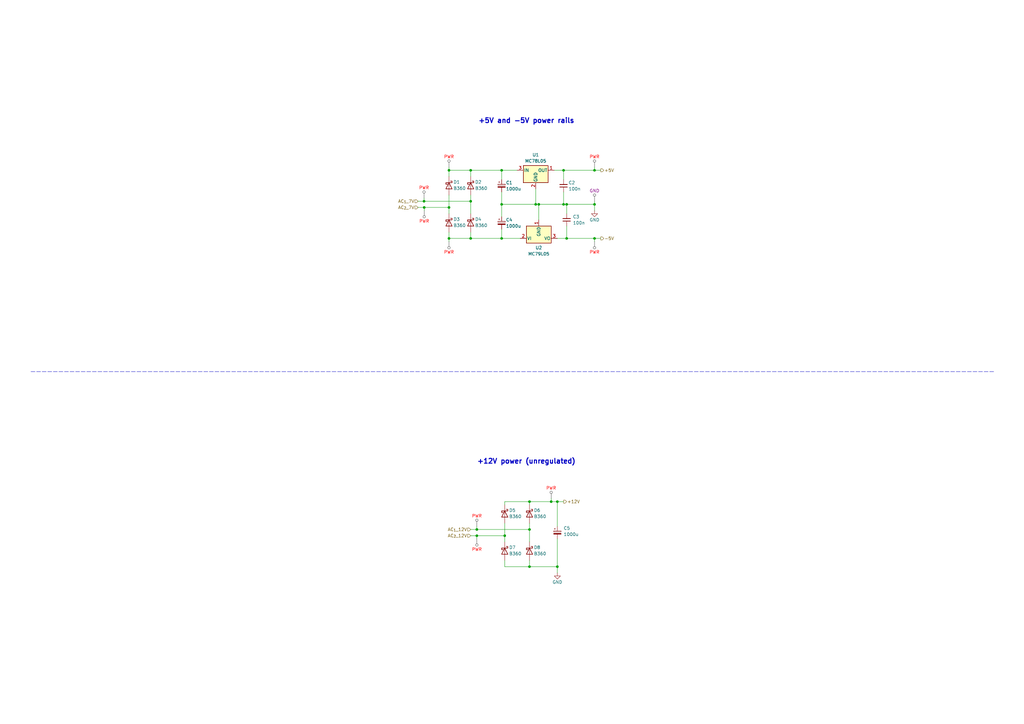
<source format=kicad_sch>
(kicad_sch (version 20250114) (generator "eeschema") (generator_version "9.0")
  (paper "A3")
  (title_block (title "DW3005 control board") (date "2025-06-29") (rev "1.0.0") (company "Dominik Workshop"))
  (lib_symbols
    (symbol "Device:C_Polarized_Small" (pin_numbers (hide yes)) (pin_names (offset 0.254) (hide yes))
      (property "Reference" "C" (at 0.254 1.778 0))
      (property "Value" "C_Polarized_Small" (at 0.254 -2.032 0))
      (symbol "C_Polarized_Small_0_1"
        (rectangle (start -1.524 0.6858) (end 1.524 0.3048))
        (rectangle (start -1.524 -0.3048) (end 1.524 -0.6858) (fill (type outline)))
        (polyline (pts (xy -1.27 1.524) (xy -0.762 1.524)))
        (polyline (pts (xy -1.016 1.27) (xy -1.016 1.778)))
      )
      (symbol "C_Polarized_Small_1_1"
        (pin passive line (at 0 2.54 270) (length 1.8542) (name "~") (number "1"))
        (pin passive line (at 0 -2.54 90) (length 1.8542) (name "~") (number "2"))
      )
    )
    (symbol "Device:C_Small" (pin_numbers (hide yes)) (pin_names (offset 0.254) (hide yes))
      (property "Reference" "C" (at 0.254 1.778 0))
      (property "Value" "C_Small" (at 0.254 -2.032 0))
      (symbol "C_Small_0_1"
        (polyline (pts (xy -1.524 0.508) (xy 1.524 0.508)) (stroke (width 0.3048)))
        (polyline (pts (xy -1.524 -0.508) (xy 1.524 -0.508)) (stroke (width 0.3302)))
      )
      (symbol "C_Small_1_1"
        (pin passive line (at 0 2.54 270) (length 2.032) (name "~") (number "1"))
        (pin passive line (at 0 -2.54 90) (length 2.032) (name "~") (number "2"))
      )
    )
    (symbol "Diode:B360" (pin_numbers (hide yes)) (pin_names (offset 1.016) (hide yes))
      (property "Reference" "D" (at 0 2.54 0))
      (property "Value" "B360" (at 0 -2.54 0))
      (symbol "B360_0_1"
        (polyline (pts (xy -1.905 0.635) (xy -1.905 1.27) (xy -1.27 1.27) (xy -1.27 -1.27) (xy -0.635 -1.27) (xy -0.635 -0.635)) (stroke (width 0.254)))
        (polyline (pts (xy 1.27 1.27) (xy 1.27 -1.27) (xy -1.27 0) (xy 1.27 1.27)) (stroke (width 0.254)))
        (polyline (pts (xy 1.27 0) (xy -1.27 0)))
      )
      (symbol "B360_1_1"
        (pin passive line (at -3.81 0 0) (length 2.54) (name "K") (number "1"))
        (pin passive line (at 3.81 0 180) (length 2.54) (name "A") (number "2"))
      )
    )
    (symbol "Regulator_Linear:L78L05_SOT89" (pin_names (offset 0.254))
      (property "Reference" "U" (at -3.81 3.175 0))
      (property "Value" "L78L05_SOT89" (at -0.635 3.175 0))
      (symbol "L78L05_SOT89_0_1"
        (rectangle (start -5.08 1.905) (end 5.08 -5.08) (stroke (width 0.254)) (fill (type background)))
      )
      (symbol "L78L05_SOT89_1_1"
        (pin power_in line (at -7.62 0 0) (length 2.54) (name "IN") (number "3"))
        (pin power_in line (at 0 -7.62 90) (length 2.54) (name "GND") (number "2"))
        (pin power_out line (at 7.62 0 180) (length 2.54) (name "OUT") (number "1"))
      )
    )
    (symbol "Regulator_Linear:L79L05_SOT89" (pin_names (offset 0.254))
      (property "Reference" "U" (at -3.81 -3.175 0))
      (property "Value" "L79L05_SOT89" (at 0 -3.175 0))
      (symbol "L79L05_SOT89_0_1"
        (rectangle (start -5.08 5.08) (end 5.08 -1.905) (stroke (width 0.254)) (fill (type background)))
      )
      (symbol "L79L05_SOT89_1_1"
        (pin power_in line (at -7.62 0 0) (length 2.54) (name "VI") (number "2"))
        (pin power_in line (at 0 7.62 270) (length 2.54) (name "GND") (number "1"))
        (pin power_out line (at 7.62 0 180) (length 2.54) (name "VO") (number "3"))
      )
    )
    (symbol "power:GND" (power) (pin_names (offset 0))
      (property "Value" "GND" (at 0 -3.81 0))
      (symbol "GND_0_1"
        (polyline (pts (xy 0 0) (xy 0 -1.27) (xy 1.27 -1.27) (xy 0 -2.54) (xy -1.27 -1.27) (xy 0 -1.27)))
      )
      (symbol "GND_1_1"
        (pin power_in line (at 0 0 270) (length 0) (hide yes) (name "GND") (number "1"))
      )
    )
  )
  (text "+5V and -5V power rails" (at 215.9 50.8 0) (effects (font (size 2 2) (thickness 0.4) (bold yes)) (justify bottom)))
  (text "+12V power (unregulated)" (at 215.9 190.5 0) (effects (font (size 2 2) (thickness 0.4) (bold yes)) (justify bottom)))
  (junction (at 193.04 97.79))
  (junction (at 220.98 83.82))
  (junction (at 207.01 219.71))
  (junction (at 243.84 69.85))
  (junction (at 195.58 217.17))
  (junction (at 217.17 232.41))
  (junction (at 205.74 83.82))
  (junction (at 231.14 83.82))
  (junction (at 243.84 83.82))
  (junction (at 232.41 97.79))
  (junction (at 228.6 232.41))
  (junction (at 193.04 82.55))
  (junction (at 231.14 69.85))
  (junction (at 205.74 69.85))
  (junction (at 184.15 97.79))
  (junction (at 184.15 85.09))
  (junction (at 219.71 83.82))
  (junction (at 226.06 205.74))
  (junction (at 195.58 219.71))
  (junction (at 184.15 69.85))
  (junction (at 173.99 85.09))
  (junction (at 228.6 205.74))
  (junction (at 205.74 97.79))
  (junction (at 217.17 217.17))
  (junction (at 217.17 205.74))
  (junction (at 193.04 69.85))
  (junction (at 232.41 83.82))
  (junction (at 173.9178 82.55))
  (junction (at 243.84 97.79))
  (wire (pts (xy 184.15 80.01) (xy 184.15 85.09)))
  (wire (pts (xy 217.17 217.17) (xy 217.17 222.25)))
  (wire (pts (xy 173.9178 82.55) (xy 193.04 82.55)))
  (wire (pts (xy 195.58 217.17) (xy 195.58 215.9)))
  (wire (pts (xy 207.01 219.71) (xy 207.01 222.25)))
  (wire (pts (xy 243.84 82.55) (xy 243.84 83.82)))
  (wire (pts (xy 184.15 69.85) (xy 184.15 72.39)))
  (wire (pts (xy 228.6 205.74) (xy 228.6 215.9)))
  (wire (pts (xy 232.41 83.82) (xy 243.84 83.82)))
  (wire (pts (xy 193.04 95.25) (xy 193.04 97.79)))
  (wire (pts (xy 184.15 69.85) (xy 193.04 69.85)))
  (wire (pts (xy 219.71 77.47) (xy 219.71 83.82)))
  (wire (pts (xy 231.14 69.85) (xy 231.14 73.66)))
  (wire (pts (xy 231.14 78.74) (xy 231.14 83.82)))
  (wire (pts (xy 195.58 217.17) (xy 217.17 217.17)))
  (wire (pts (xy 171.45 82.55) (xy 173.9178 82.55)))
  (wire (pts (xy 207.01 229.87) (xy 207.01 232.41)))
  (wire (pts (xy 205.74 69.85) (xy 205.74 73.66)))
  (wire (pts (xy 228.6 205.74) (xy 231.14 205.74)))
  (wire (pts (xy 232.41 87.63) (xy 232.41 83.82)))
  (wire (pts (xy 231.14 83.82) (xy 232.41 83.82)))
  (wire (pts (xy 173.99 85.09) (xy 184.15 85.09)))
  (wire (pts (xy 195.58 219.71) (xy 207.01 219.71)))
  (wire (pts (xy 243.84 86.36) (xy 243.84 83.82)))
  (wire (pts (xy 217.17 232.41) (xy 228.6 232.41)))
  (wire (pts (xy 232.41 97.79) (xy 243.84 97.79)))
  (wire (pts (xy 207.01 232.41) (xy 217.17 232.41)))
  (wire (pts (xy 217.17 214.63) (xy 217.17 217.17)))
  (wire (pts (xy 205.74 83.82) (xy 219.71 83.82)))
  (wire (pts (xy 207.01 207.01) (xy 207.01 205.74)))
  (wire (pts (xy 173.9178 82.55) (xy 173.9178 81.28)))
  (wire (pts (xy 193.04 97.79) (xy 205.74 97.79)))
  (wire (pts (xy 213.36 97.79) (xy 205.74 97.79)))
  (wire (pts (xy 184.15 85.09) (xy 184.15 87.63)))
  (wire (pts (xy 184.15 95.25) (xy 184.15 97.79)))
  (polyline (pts (xy 12.7 152.4) (xy 407.67 152.4)) (stroke (width 0) (type dash)))
  (wire (pts (xy 220.98 83.82) (xy 220.98 90.17)))
  (wire (pts (xy 205.74 69.85) (xy 212.09 69.85)))
  (wire (pts (xy 184.15 69.85) (xy 184.15 68.58)))
  (wire (pts (xy 228.6 234.95) (xy 228.6 232.41)))
  (wire (pts (xy 193.04 69.85) (xy 205.74 69.85)))
  (wire (pts (xy 220.98 83.82) (xy 231.14 83.82)))
  (wire (pts (xy 193.04 217.17) (xy 195.58 217.17)))
  (wire (pts (xy 217.17 229.87) (xy 217.17 232.41)))
  (wire (pts (xy 231.14 69.85) (xy 243.84 69.85)))
  (wire (pts (xy 193.04 219.71) (xy 195.58 219.71)))
  (wire (pts (xy 228.6 97.79) (xy 232.41 97.79)))
  (wire (pts (xy 228.6 220.98) (xy 228.6 232.41)))
  (wire (pts (xy 226.06 205.74) (xy 228.6 205.74)))
  (wire (pts (xy 184.15 97.79) (xy 193.04 97.79)))
  (wire (pts (xy 205.74 93.98) (xy 205.74 97.79)))
  (wire (pts (xy 205.74 78.74) (xy 205.74 83.82)))
  (wire (pts (xy 193.04 69.85) (xy 193.04 72.39)))
  (wire (pts (xy 184.15 97.79) (xy 184.15 99.06)))
  (wire (pts (xy 243.84 69.85) (xy 246.38 69.85)))
  (wire (pts (xy 232.41 92.71) (xy 232.41 97.79)))
  (wire (pts (xy 226.06 205.74) (xy 226.06 204.47)))
  (wire (pts (xy 193.04 80.01) (xy 193.04 82.55)))
  (wire (pts (xy 195.58 219.71) (xy 195.58 220.98)))
  (wire (pts (xy 227.33 69.85) (xy 231.14 69.85)))
  (wire (pts (xy 219.71 83.82) (xy 220.98 83.82)))
  (wire (pts (xy 243.84 99.06) (xy 243.84 97.79)))
  (wire (pts (xy 217.17 205.74) (xy 226.06 205.74)))
  (wire (pts (xy 205.74 83.82) (xy 205.74 88.9)))
  (wire (pts (xy 243.84 68.58) (xy 243.84 69.85)))
  (wire (pts (xy 171.45 85.09) (xy 173.99 85.09)))
  (wire (pts (xy 207.01 214.63) (xy 207.01 219.71)))
  (wire (pts (xy 207.01 205.74) (xy 217.17 205.74)))
  (wire (pts (xy 173.99 86.36) (xy 173.99 85.09)))
  (wire (pts (xy 243.84 97.79) (xy 246.38 97.79)))
  (wire (pts (xy 193.04 82.55) (xy 193.04 87.63)))
  (wire (pts (xy 217.17 205.74) (xy 217.17 207.01)))
  (hierarchical_label "AC_{1}_7V" (shape input) (at 171.45 82.55 180))
  (hierarchical_label "+12V" (shape output) (at 231.14 205.74 0))
  (hierarchical_label "-5V" (shape output) (at 246.38 97.79 0))
  (hierarchical_label "AC_{1}_12V" (shape input) (at 193.04 217.17 180))
  (hierarchical_label "+5V" (shape output) (at 246.38 69.85 0))
  (hierarchical_label "AC_{2}_12V" (shape input) (at 193.04 219.71 180))
  (hierarchical_label "AC_{2}_7V" (shape input) (at 171.45 85.09 180))
  (netclass_flag "" (length 2.54) (shape round) (at 173.9178 81.28 0) (property "Netclass" "PWR" (at 173.9178 76.962 0)))
  (netclass_flag "" (length 2.54) (shape round) (at 243.84 82.55 0) (property "Netclass" "GND" (at 243.84 78.232 0)))
  (netclass_flag "" (length 2.54) (shape round) (at 243.84 68.58 0) (property "Netclass" "PWR" (at 243.84 64.262 0)))
  (netclass_flag "" (length 2.54) (shape round) (at 243.84 99.06 180) (property "Netclass" "PWR" (at 243.84 103.378 0)))
  (netclass_flag "" (length 2.54) (shape round) (at 173.99 86.36 180) (property "Netclass" "PWR" (at 173.99 90.678 0)))
  (netclass_flag "" (length 2.54) (shape round) (at 195.58 220.98 180) (property "Netclass" "PWR" (at 195.58 225.298 0)))
  (netclass_flag "" (length 2.54) (shape round) (at 226.06 204.47 0) (property "Netclass" "PWR" (at 226.06 200.152 0)))
  (netclass_flag "" (length 2.54) (shape round) (at 184.15 68.58 0) (property "Netclass" "PWR" (at 184.15 64.262 0)))
  (netclass_flag "" (length 2.54) (shape round) (at 195.58 215.9 0) (property "Netclass" "PWR" (at 195.58 211.582 0)))
  (netclass_flag "" (length 2.54) (shape round) (at 184.15 99.06 180) (property "Netclass" "PWR" (at 184.15 103.378 0)))
  (symbol (lib_id "Device:C_Small") (at 231.14 76.2 180) (unit 1)
    (property "Reference" "C2" (at 233.172 74.93 0) (effects (justify right)))
    (property "Value" "100n" (at 233.172 77.47 0) (effects (justify right)))
    (property "Footprint" "Capacitor_SMD:C_0603_1608Metric" (effects (hide yes)))
  )
  (symbol (lib_id "Diode:B360") (at 193.04 76.2 270) (unit 1)
    (property "Reference" "D2" (at 194.818 74.676 90) (effects (justify left)))
    (property "Value" "B360" (at 194.818 77.216 90) (effects (justify left)))
    (property "Footprint" "Diode_SMD:D_SMA" (effects (hide yes)))
    (property "Datasheet" "http://www.jameco.com/Jameco/Products/ProdDS/1538777.pdf" (effects (hide yes)))
  )
  (symbol (lib_id "Device:C_Polarized_Small") (at 228.6 218.44 0) (unit 1)
    (property "Reference" "C5" (at 231.14 216.6238 0) (effects (justify left)))
    (property "Value" "1000u" (at 231.14 219.1638 0) (effects (justify left)))
    (property "Footprint" "Capacitor_THT:CP_Radial_D8.0mm_P3.50mm" (effects (hide yes)))
  )
  (symbol (lib_id "Device:C_Polarized_Small") (at 205.74 91.44 0) (unit 1)
    (property "Reference" "C4" (at 207.518 90.17 0) (effects (justify left)))
    (property "Value" "1000u" (at 207.518 92.71 0) (effects (justify left)))
    (property "Footprint" "Capacitor_THT:CP_Radial_D8.0mm_P3.50mm" (effects (hide yes)))
  )
  (symbol (lib_id "power:GND") (at 243.84 86.36 0) (unit 1)
    (property "Reference" "#PWR05" (effects (hide yes)))
    (property "Value" "GND" (at 243.84 90.17 0))
  )
  (symbol (lib_id "Diode:B360") (at 217.17 210.82 270) (unit 1)
    (property "Reference" "D6" (at 218.948 209.296 90) (effects (justify left)))
    (property "Value" "B360" (at 218.948 211.836 90) (effects (justify left)))
    (property "Footprint" "Diode_SMD:D_SMA" (effects (hide yes)))
    (property "Datasheet" "http://www.jameco.com/Jameco/Products/ProdDS/1538777.pdf" (effects (hide yes)))
  )
  (symbol (lib_id "Diode:B360") (at 184.15 76.2 270) (unit 1)
    (property "Reference" "D1" (at 185.928 74.676 90) (effects (justify left)))
    (property "Value" "B360" (at 185.928 77.216 90) (effects (justify left)))
    (property "Footprint" "Diode_SMD:D_SMA" (effects (hide yes)))
    (property "Datasheet" "http://www.jameco.com/Jameco/Products/ProdDS/1538777.pdf" (effects (hide yes)))
  )
  (symbol (lib_id "Diode:B360") (at 207.01 226.06 270) (unit 1)
    (property "Reference" "D7" (at 208.788 224.536 90) (effects (justify left)))
    (property "Value" "B360" (at 208.788 227.076 90) (effects (justify left)))
    (property "Footprint" "Diode_SMD:D_SMA" (effects (hide yes)))
    (property "Datasheet" "http://www.jameco.com/Jameco/Products/ProdDS/1538777.pdf" (effects (hide yes)))
  )
  (symbol (lib_id "power:GND") (at 228.6 234.95 0) (unit 1)
    (property "Reference" "#PWR06" (effects (hide yes)))
    (property "Value" "GND" (at 228.6 238.76 0))
  )
  (symbol (lib_id "Device:C_Polarized_Small") (at 205.74 76.2 0) (unit 1)
    (property "Reference" "C1" (at 207.518 74.93 0) (effects (justify left)))
    (property "Value" "1000u" (at 207.518 77.47 0) (effects (justify left)))
    (property "Footprint" "Capacitor_THT:CP_Radial_D8.0mm_P3.50mm" (effects (hide yes)))
  )
  (symbol (lib_id "Diode:B360") (at 207.01 210.82 270) (unit 1)
    (property "Reference" "D5" (at 208.788 209.296 90) (effects (justify left)))
    (property "Value" "B360" (at 208.788 211.836 90) (effects (justify left)))
    (property "Footprint" "Diode_SMD:D_SMA" (effects (hide yes)))
    (property "Datasheet" "http://www.jameco.com/Jameco/Products/ProdDS/1538777.pdf" (effects (hide yes)))
  )
  (symbol (lib_id "Regulator_Linear:L79L05_SOT89") (at 220.98 97.79 0) (unit 1)
    (property "Reference" "U2" (at 220.98 101.6 0))
    (property "Value" "MC79L05" (at 220.98 104.14 0))
    (property "Footprint" "Package_TO_SOT_SMD:SOT-89-3" (effects (hide yes)))
    (property "Datasheet" "https://www.onsemi.com/pdf/datasheet/mc79l00-d.pdf" (effects (hide yes)))
    (property "MPN" "MC79L05" (effects (hide yes)))
  )
  (symbol (lib_id "Device:C_Small") (at 232.41 90.17 180) (unit 1)
    (property "Reference" "C3" (at 234.95 88.8935 0) (effects (justify right)))
    (property "Value" "100n" (at 234.95 91.4335 0) (effects (justify right)))
    (property "Footprint" "Capacitor_SMD:C_0603_1608Metric" (effects (hide yes)))
  )
  (symbol (lib_id "Regulator_Linear:L78L05_SOT89") (at 219.71 69.85 0) (unit 1)
    (property "Reference" "U1" (at 219.71 63.5 0))
    (property "Value" "MC78L05" (at 219.71 66.04 0))
    (property "Footprint" "Package_TO_SOT_SMD:SOT-89-3" (effects (hide yes)))
    (property "Datasheet" "https://www.onsemi.com/download/data-sheet/pdf/mc78l00a-d.pdf" (effects (hide yes)))
    (property "MPN" "MC78L05" (effects (hide yes)))
  )
  (symbol (lib_id "Diode:B360") (at 217.17 226.06 270) (unit 1)
    (property "Reference" "D8" (at 218.948 224.536 90) (effects (justify left)))
    (property "Value" "B360" (at 218.948 227.076 90) (effects (justify left)))
    (property "Footprint" "Diode_SMD:D_SMA" (effects (hide yes)))
    (property "Datasheet" "http://www.jameco.com/Jameco/Products/ProdDS/1538777.pdf" (effects (hide yes)))
  )
  (symbol (lib_id "Diode:B360") (at 193.04 91.44 270) (unit 1)
    (property "Reference" "D4" (at 194.818 89.916 90) (effects (justify left)))
    (property "Value" "B360" (at 194.818 92.456 90) (effects (justify left)))
    (property "Footprint" "Diode_SMD:D_SMA" (effects (hide yes)))
    (property "Datasheet" "http://www.jameco.com/Jameco/Products/ProdDS/1538777.pdf" (effects (hide yes)))
  )
  (symbol (lib_id "Diode:B360") (at 184.15 91.44 270) (unit 1)
    (property "Reference" "D3" (at 185.928 89.916 90) (effects (justify left)))
    (property "Value" "B360" (at 185.928 92.456 90) (effects (justify left)))
    (property "Footprint" "Diode_SMD:D_SMA" (effects (hide yes)))
    (property "Datasheet" "http://www.jameco.com/Jameco/Products/ProdDS/1538777.pdf" (effects (hide yes)))
  )
)
</source>
